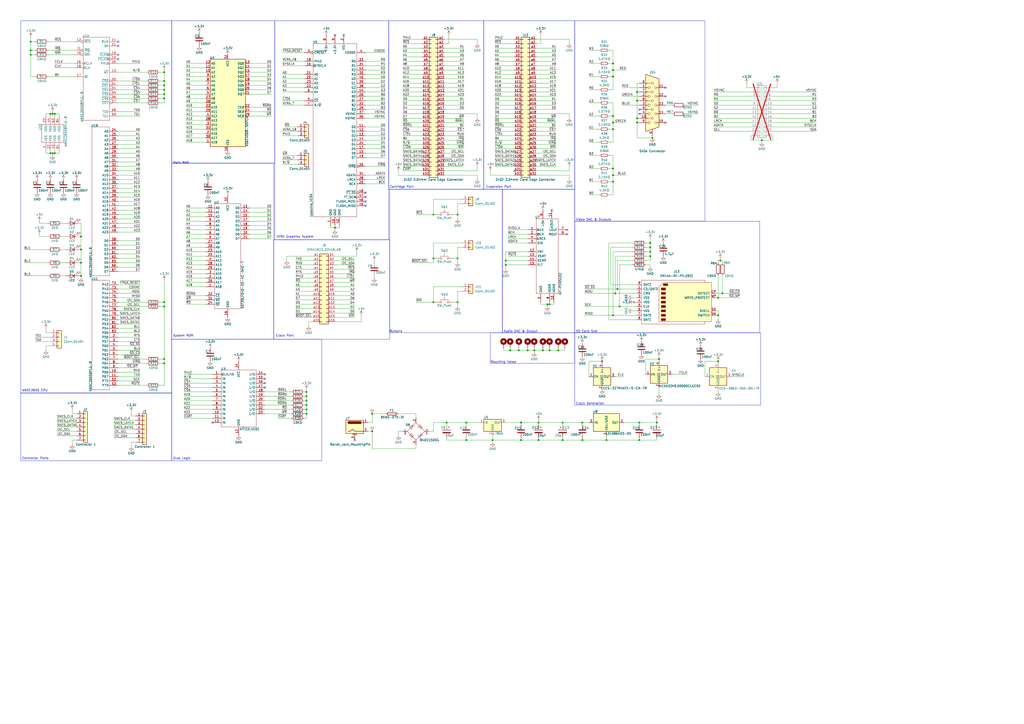
<source format=kicad_sch>
(kicad_sch
	(version 20231120)
	(generator "eeschema")
	(generator_version "8.0")
	(uuid "24268fb5-9051-453e-aa4f-3f063d8cbf81")
	(paper "A2")
	
	(junction
		(at 17.78 31.75)
		(diameter 0)
		(color 0 0 0 0)
		(uuid "0511a2a8-8e4f-4f8c-8ebc-e6ae30743f17")
	)
	(junction
		(at 251.46 124.46)
		(diameter 0)
		(color 0 0 0 0)
		(uuid "055f4555-4d71-4327-b716-65333f0b3c80")
	)
	(junction
		(at 416.56 172.72)
		(diameter 0)
		(color 0 0 0 0)
		(uuid "05f604e2-541d-4734-8204-d02b771a01f8")
	)
	(junction
		(at 29.21 88.9)
		(diameter 0)
		(color 0 0 0 0)
		(uuid "07ebd7c1-668f-488d-b46f-f7cb68c0cabb")
	)
	(junction
		(at 285.75 255.27)
		(diameter 0)
		(color 0 0 0 0)
		(uuid "091589e1-5d94-4b9c-8afb-b58c3f1d55ab")
	)
	(junction
		(at 95.25 57.15)
		(diameter 0)
		(color 0 0 0 0)
		(uuid "0b96100e-b5e7-492b-9bd4-12e23fe03fb1")
	)
	(junction
		(at 417.83 151.13)
		(diameter 0)
		(color 0 0 0 0)
		(uuid "0cc19e3e-fc66-43df-9452-f28966d9d9b9")
	)
	(junction
		(at 95.25 208.28)
		(diameter 0)
		(color 0 0 0 0)
		(uuid "0ed27ab3-8d38-4144-be11-7325d24d990b")
	)
	(junction
		(at 293.37 151.13)
		(diameter 0)
		(color 0 0 0 0)
		(uuid "12d8bc6c-7a73-4d6e-9a2a-f0d88ea377ae")
	)
	(junction
		(at 194.31 132.08)
		(diameter 0)
		(color 0 0 0 0)
		(uuid "165a8620-cc52-4dab-809d-64ee0df4fe09")
	)
	(junction
		(at 355.6 40.64)
		(diameter 0)
		(color 0 0 0 0)
		(uuid "16c74f7b-980d-4ed2-88fd-9ab87bb14bd1")
	)
	(junction
		(at 270.51 245.11)
		(diameter 0)
		(color 0 0 0 0)
		(uuid "179fff3a-e003-463d-8d86-4c95be61be12")
	)
	(junction
		(at 369.57 68.58)
		(diameter 0)
		(color 0 0 0 0)
		(uuid "1e5ba76c-72b1-441b-9fb0-ef4a8a1a4dba")
	)
	(junction
		(at 270.51 255.27)
		(diameter 0)
		(color 0 0 0 0)
		(uuid "2c5258ef-3ca6-4bc4-98e0-4bc3aac69e49")
	)
	(junction
		(at 377.19 143.51)
		(diameter 0)
		(color 0 0 0 0)
		(uuid "2e035fc3-8bc2-4201-8be6-075927b02d56")
	)
	(junction
		(at 293.37 153.67)
		(diameter 0)
		(color 0 0 0 0)
		(uuid "3461c7e6-54cf-4f66-978e-2e1737befde6")
	)
	(junction
		(at 318.77 176.53)
		(diameter 0)
		(color 0 0 0 0)
		(uuid "3783c288-3d0f-4aa0-a370-200ec8aff10c")
	)
	(junction
		(at 302.26 245.11)
		(diameter 0)
		(color 0 0 0 0)
		(uuid "3e3b8706-7185-45ef-8e32-ea665279af52")
	)
	(junction
		(at 177.8 240.03)
		(diameter 0)
		(color 0 0 0 0)
		(uuid "404b6080-2ebd-4700-a068-0ca55160176a")
	)
	(junction
		(at 355.6 67.31)
		(diameter 0)
		(color 0 0 0 0)
		(uuid "48daedbf-cb31-4428-97d5-e4f8a82feaae")
	)
	(junction
		(at 251.46 175.26)
		(diameter 0)
		(color 0 0 0 0)
		(uuid "4a114abf-1118-4789-a166-3d00a70d3984")
	)
	(junction
		(at 215.9 250.19)
		(diameter 0)
		(color 0 0 0 0)
		(uuid "4b2576c1-c304-4541-9a5d-25a299bd215d")
	)
	(junction
		(at 359.41 177.8)
		(diameter 0)
		(color 0 0 0 0)
		(uuid "4c355ad5-3043-41c8-a82f-ab065dcf09e9")
	)
	(junction
		(at 95.25 54.61)
		(diameter 0)
		(color 0 0 0 0)
		(uuid "4cf2456d-85c1-4dfe-8b61-78a65a64e07f")
	)
	(junction
		(at 30.48 66.04)
		(diameter 0)
		(color 0 0 0 0)
		(uuid "514b94c8-5cf1-4ebb-b377-2ae3ba527c3e")
	)
	(junction
		(at 95.25 41.91)
		(diameter 0)
		(color 0 0 0 0)
		(uuid "55edda16-0e77-4be2-a973-006669076d79")
	)
	(junction
		(at 377.19 148.59)
		(diameter 0)
		(color 0 0 0 0)
		(uuid "5ba6f890-e8f3-4fe5-b65e-57d7bd225414")
	)
	(junction
		(at 312.42 255.27)
		(diameter 0)
		(color 0 0 0 0)
		(uuid "5c77fc39-9937-4839-8ab9-a8ec05f01632")
	)
	(junction
		(at 326.39 245.11)
		(diameter 0)
		(color 0 0 0 0)
		(uuid "5ceaa7a9-27e2-4c5e-8a03-bafd5d8d8f9e")
	)
	(junction
		(at 355.6 182.88)
		(diameter 0)
		(color 0 0 0 0)
		(uuid "5e560022-889e-4df6-872f-d0ca772a7b7f")
	)
	(junction
		(at 369.57 53.34)
		(diameter 0)
		(color 0 0 0 0)
		(uuid "5f153c3e-885c-440c-9da3-1c3e38ea305a")
	)
	(junction
		(at 302.26 255.27)
		(diameter 0)
		(color 0 0 0 0)
		(uuid "63241004-4f06-4912-aed5-19a87e3f48e2")
	)
	(junction
		(at 177.8 227.33)
		(diameter 0)
		(color 0 0 0 0)
		(uuid "647f9f6a-163e-4096-a9a8-32eb2b14c02e")
	)
	(junction
		(at 251.46 149.86)
		(diameter 0)
		(color 0 0 0 0)
		(uuid "6688481a-bb1d-4a7d-bb48-103296663e29")
	)
	(junction
		(at 95.25 210.82)
		(diameter 0)
		(color 0 0 0 0)
		(uuid "6854cd79-4d82-4506-83f0-9c13e5ff5a88")
	)
	(junction
		(at 265.43 175.26)
		(diameter 0)
		(color 0 0 0 0)
		(uuid "68e5833d-8495-41b5-a662-1c727c7cdabf")
	)
	(junction
		(at 29.21 66.04)
		(diameter 0)
		(color 0 0 0 0)
		(uuid "6c204841-57f7-4b89-96c7-81b1bd36d8d5")
	)
	(junction
		(at 177.8 237.49)
		(diameter 0)
		(color 0 0 0 0)
		(uuid "6ca25e10-e790-49b6-9f88-67f4c1834a0b")
	)
	(junction
		(at 355.6 71.12)
		(diameter 0)
		(color 0 0 0 0)
		(uuid "6e453fed-44d1-4244-9415-b310efa03310")
	)
	(junction
		(at 377.19 146.05)
		(diameter 0)
		(color 0 0 0 0)
		(uuid "7249232a-2cd5-47bd-82f2-d251e1fc720c")
	)
	(junction
		(at 259.08 245.11)
		(diameter 0)
		(color 0 0 0 0)
		(uuid "750f816e-4220-44c6-b831-ec4fc9cf89d3")
	)
	(junction
		(at 17.78 24.13)
		(diameter 0)
		(color 0 0 0 0)
		(uuid "76a3a812-a8f9-455a-8936-0d1b3c209f68")
	)
	(junction
		(at 31.75 88.9)
		(diameter 0)
		(color 0 0 0 0)
		(uuid "7a7956fa-0cbe-46bc-a668-612cef11308b")
	)
	(junction
		(at 314.96 203.2)
		(diameter 0)
		(color 0 0 0 0)
		(uuid "7bd8b1ae-fa79-4ee4-a745-fc9606a9db08")
	)
	(junction
		(at 177.8 232.41)
		(diameter 0)
		(color 0 0 0 0)
		(uuid "7c4e6792-0f28-444f-bbe8-c6720c534179")
	)
	(junction
		(at 95.25 46.99)
		(diameter 0)
		(color 0 0 0 0)
		(uuid "7cd24309-e546-47a8-975f-197650bf6472")
	)
	(junction
		(at 317.5 176.53)
		(diameter 0)
		(color 0 0 0 0)
		(uuid "83322db4-d4eb-47e9-bd3b-b42a5c83d9a7")
	)
	(junction
		(at 355.6 97.79)
		(diameter 0)
		(color 0 0 0 0)
		(uuid "84fe340a-3ba6-42a8-bd21-f62a26ecb342")
	)
	(junction
		(at 46.99 137.16)
		(diameter 0)
		(color 0 0 0 0)
		(uuid "86619b1e-171d-4155-8428-ba1db09fe86c")
	)
	(junction
		(at 318.77 203.2)
		(diameter 0)
		(color 0 0 0 0)
		(uuid "891d2ba3-67c0-40c7-b2fe-f49b4122d6b4")
	)
	(junction
		(at 419.1 170.18)
		(diameter 0)
		(color 0 0 0 0)
		(uuid "8954e231-0fc1-4f6d-b69b-990e1719b5f4")
	)
	(junction
		(at 326.39 255.27)
		(diameter 0)
		(color 0 0 0 0)
		(uuid "8bd11186-ee55-436b-9d54-3f464141eaee")
	)
	(junction
		(at 355.6 105.41)
		(diameter 0)
		(color 0 0 0 0)
		(uuid "8cd7531f-6ae0-44ba-9acb-9fa6380caea8")
	)
	(junction
		(at 355.6 74.93)
		(diameter 0)
		(color 0 0 0 0)
		(uuid "8eb4319d-9959-484e-8e04-17f2b2a3f931")
	)
	(junction
		(at 355.6 36.83)
		(diameter 0)
		(color 0 0 0 0)
		(uuid "8f898566-c891-4b90-9b83-253651024179")
	)
	(junction
		(at 306.07 203.2)
		(diameter 0)
		(color 0 0 0 0)
		(uuid "904b87ce-b2a2-4bfd-8774-04d4c532c42b")
	)
	(junction
		(at 265.43 149.86)
		(diameter 0)
		(color 0 0 0 0)
		(uuid "93603dce-06b5-4831-9486-a2b88254b594")
	)
	(junction
		(at 337.82 245.11)
		(diameter 0)
		(color 0 0 0 0)
		(uuid "950b2707-d863-4a03-960f-85779cc5cd54")
	)
	(junction
		(at 30.48 88.9)
		(diameter 0)
		(color 0 0 0 0)
		(uuid "961f8945-e1c5-4198-b2b9-ed989bbdc941")
	)
	(junction
		(at 381 245.11)
		(diameter 0)
		(color 0 0 0 0)
		(uuid "9b0bcb49-1b78-4896-9e99-d3e3d56e3e99")
	)
	(junction
		(at 356.87 170.18)
		(diameter 0)
		(color 0 0 0 0)
		(uuid "9e7d1aae-bc0f-4c30-9a2f-089acf7d4edb")
	)
	(junction
		(at 382.27 208.28)
		(diameter 0)
		(color 0 0 0 0)
		(uuid "a46a71a3-be07-45c5-8f21-fdf61ee0de11")
	)
	(junction
		(at 265.43 124.46)
		(diameter 0)
		(color 0 0 0 0
... [502414 chars truncated]
</source>
